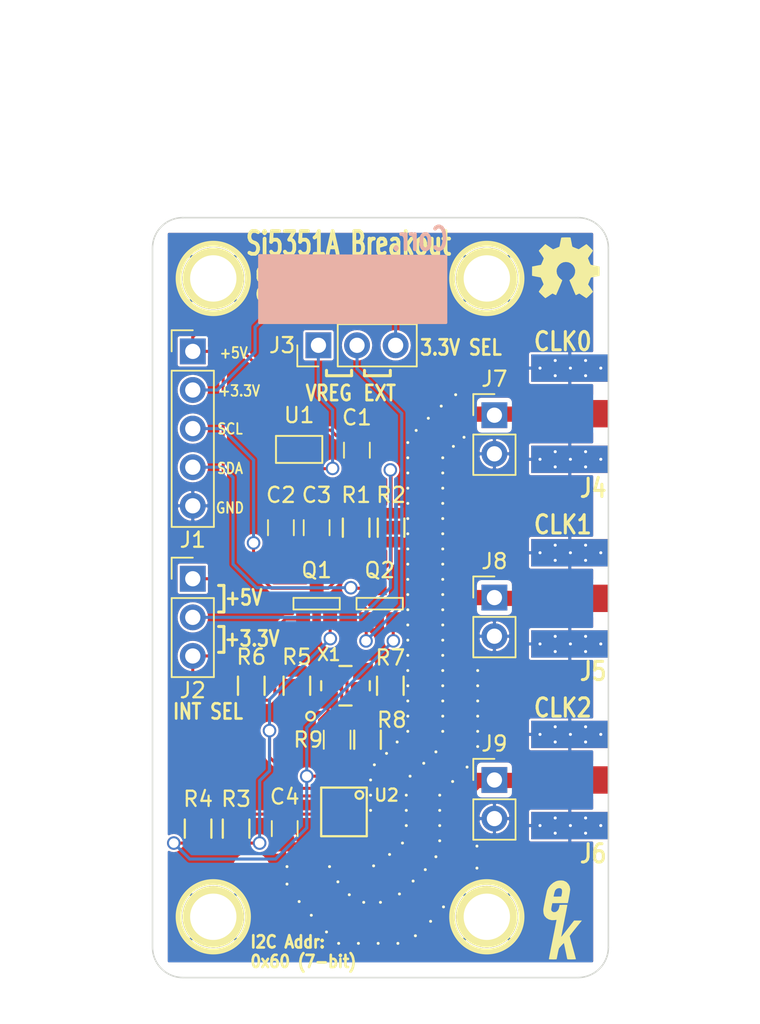
<source format=kicad_pcb>
(kicad_pcb (version 4) (host pcbnew 4.0.6-e0-6349~53~ubuntu16.04.1)
  (title_block (title "Si5351A Breakout") (date 2017-07-16) (rev D) (company Etherkit) (comment 4 "Creative Commons License CC-BY-SA"))
  (layers (0 F.Cu signal) (31 B.Cu signal) (34 B.Paste user) (35 F.Paste user) (36 B.SilkS user) (37 F.SilkS user) (38 B.Mask user) (39 F.Mask user) (44 Edge.Cuts user))
  (net 0 "")
  (net 1 +3.3V)
  (net 2 GND)
  (net 3 "Net-(J1-Pad3)")
  (net 4 "Net-(J2-Pad2)")
  (net 5 "Net-(J4-Pad1)")
  (net 6 +5V)
  (net 7 "Net-(C2-Pad1)")
  (net 8 "Net-(C3-Pad1)")
  (net 9 "Net-(J1-Pad4)")
  (net 10 "Net-(J5-Pad1)")
  (net 11 "Net-(J6-Pad1)")
  (net 12 "Net-(Q1-Pad1)")
  (net 13 "Net-(Q2-Pad1)")
  (net 14 +3.3VREG)
  (net 15 "Net-(R5-Pad2)")
  (net 16 "Net-(R5-Pad1)")
  (net 17 "Net-(R7-Pad1)")
  (net 18 "Net-(R8-Pad2)")
  (module EtherkitKicadLibrary:VIA (layer F.Cu) (at 112.2 93.7)
    (fp_text reference VIA hide)
    (fp_text value VAL** hide)
    (pad "" thru_hole circle (at 0 0) (size 0.2 0.2) (drill 0.15) (layers *.Cu *.Mask F.SilkS) (net 2 GND) (clearance 0.05))
  )
  (module EtherkitKicadLibrary:ASTX-H11-25.000MHZ-T (layer F.Cu) (at 112.7 80.8)
    (fp_text reference X1 (at -1.1 -2.05) (layer F.SilkS) (effects (font (size 0.8 0.8))))
    (fp_text value "ASTX-H11-25.000MHZ-T or ECS-250-8-30B-CKM" hide)
    (pad 1 smd rect (at -1.15 0.95) (size 1.3 1.1) (layers F.Cu F.Paste F.Mask) (net 15 "Net-(R5-Pad2)"))
    (pad 2 smd rect (at 1.15 0.95) (size 1.3 1.1) (layers F.Cu F.Paste F.Mask) (net 2 GND))
    (pad 3 smd rect (at 1.15 -0.95) (size 1.3 1.1) (layers F.Cu F.Paste F.Mask) (net 17 "Net-(R7-Pad1)"))
    (pad 4 smd rect (at -1.15 -0.95) (size 1.3 1.1) (layers F.Cu F.Paste F.Mask) (net 16 "Net-(R5-Pad1)"))
  )
  (module Resistors_SMD:R_0805 (layer F.Cu) (at 114.15 84.35 270)
    (fp_text reference R8 (at -1.3 -1.6 360) (layer F.SilkS))
    (fp_text value 0 hide)
    (pad 1 smd rect (at -0.95 0 270) (size 0.7 1.3) (layers F.Cu F.Paste F.Mask) (net 17 "Net-(R7-Pad1)"))
    (pad 2 smd rect (at 0.95 0 270) (size 0.7 1.3) (layers F.Cu F.Paste F.Mask) (net 18 "Net-(R8-Pad2)"))
  )
  (module Resistors_SMD:R_0805 (layer F.Cu) (at 115.65 80.8 270)
    (fp_text reference R7 (at -1.85 0 360) (layer F.SilkS))
    (fp_text value 0 hide)
    (pad 1 smd rect (at -0.95 0 270) (size 0.7 1.3) (layers F.Cu F.Paste F.Mask) (net 17 "Net-(R7-Pad1)"))
    (pad 2 smd rect (at 0.95 0 270) (size 0.7 1.3) (layers F.Cu F.Paste F.Mask) (net 2 GND))
  )
  (module Resistors_SMD:R_0805 (layer F.Cu) (at 106.5 80.8 270)
    (fp_text reference R6 (at -1.9 0 360) (layer F.SilkS))
    (fp_text value 0 hide)
    (pad 1 smd rect (at -0.95 0 270) (size 0.7 1.3) (layers F.Cu F.Paste F.Mask) (net 14 +3.3VREG))
    (pad 2 smd rect (at 0.95 0 270) (size 0.7 1.3) (layers F.Cu F.Paste F.Mask) (net 16 "Net-(R5-Pad1)"))
  )
  (module Resistors_SMD:R_0805 (layer F.Cu) (at 109.5 80.8 270)
    (fp_text reference R5 (at -1.9 0 360) (layer F.SilkS))
    (fp_text value 0 hide)
    (pad 1 smd rect (at -0.95 0 270) (size 0.7 1.3) (layers F.Cu F.Paste F.Mask) (net 16 "Net-(R5-Pad1)"))
    (pad 2 smd rect (at 0.95 0 270) (size 0.7 1.3) (layers F.Cu F.Paste F.Mask) (net 15 "Net-(R5-Pad2)"))
  )
  (module Resistors_SMD:R_0805 (layer F.Cu) (at 103 90.2 270)
    (fp_text reference R4 (at -1.95 0 360) (layer F.SilkS))
    (fp_text value 10k hide)
    (pad 1 smd rect (at -0.95 0 270) (size 0.7 1.3) (layers F.Cu F.Paste F.Mask) (net 14 +3.3VREG))
    (pad 2 smd rect (at 0.95 0 270) (size 0.7 1.3) (layers F.Cu F.Paste F.Mask) (net 13 "Net-(Q2-Pad1)"))
  )
  (module Resistors_SMD:R_0805 (layer F.Cu) (at 105.5 90.2 270)
    (fp_text reference R3 (at -1.95 0 360) (layer F.SilkS))
    (fp_text value 10k hide)
    (pad 1 smd rect (at -0.95 0 270) (size 0.7 1.3) (layers F.Cu F.Paste F.Mask) (net 14 +3.3VREG))
    (pad 2 smd rect (at 0.95 0 270) (size 0.7 1.3) (layers F.Cu F.Paste F.Mask) (net 12 "Net-(Q1-Pad1)"))
  )
  (module Resistors_SMD:R_0805 (layer F.Cu) (at 115.7 70.4 270)
    (fp_text reference R2 (at -2.15 0 360) (layer F.SilkS))
    (fp_text value 10k hide)
    (pad 1 smd rect (at -0.95 0 270) (size 0.7 1.3) (layers F.Cu F.Paste F.Mask) (net 4 "Net-(J2-Pad2)"))
    (pad 2 smd rect (at 0.95 0 270) (size 0.7 1.3) (layers F.Cu F.Paste F.Mask) (net 9 "Net-(J1-Pad4)"))
  )
  (module Resistors_SMD:R_0805 (layer F.Cu) (at 113.4 70.4 270)
    (fp_text reference R1 (at -2.15 0 360) (layer F.SilkS))
    (fp_text value 10k hide)
    (pad 1 smd rect (at -0.95 0 270) (size 0.7 1.3) (layers F.Cu F.Paste F.Mask) (net 4 "Net-(J2-Pad2)"))
    (pad 2 smd rect (at 0.95 0 270) (size 0.7 1.3) (layers F.Cu F.Paste F.Mask) (net 3 "Net-(J1-Pad3)"))
  )
  (module Pin_Headers:Pin_Header_Straight_1x02_Pitch2.54mm (layer F.Cu) (at 122.5 87)
    (fp_text reference J9 (at 0 -2.39) (layer F.SilkS))
    (fp_text value CLK2 hide)
    (pad 1 thru_hole rect (at 0 0) (size 1.7 1.7) (drill 1) (layers *.Cu *.Mask) (net 11 "Net-(J6-Pad1)"))
    (pad 2 thru_hole oval (at 0 2.54) (size 1.7 1.7) (drill 1) (layers *.Cu *.Mask) (net 2 GND))
  )
  (module Pin_Headers:Pin_Header_Straight_1x02_Pitch2.54mm (layer F.Cu) (at 122.5 75)
    (fp_text reference J8 (at 0 -2.39) (layer F.SilkS))
    (fp_text value CLK1 hide)
    (pad 1 thru_hole rect (at 0 0) (size 1.7 1.7) (drill 1) (layers *.Cu *.Mask) (net 10 "Net-(J5-Pad1)"))
    (pad 2 thru_hole oval (at 0 2.54) (size 1.7 1.7) (drill 1) (layers *.Cu *.Mask) (net 2 GND))
  )
  (module Pin_Headers:Pin_Header_Straight_1x02_Pitch2.54mm (layer F.Cu) (at 122.5 63)
    (fp_text reference J7 (at 0 -2.39) (layer F.SilkS))
    (fp_text value CLK0 hide)
    (pad 1 thru_hole rect (at 0 0) (size 1.7 1.7) (drill 1) (layers *.Cu *.Mask) (net 5 "Net-(J4-Pad1)"))
    (pad 2 thru_hole oval (at 0 2.54) (size 1.7 1.7) (drill 1) (layers *.Cu *.Mask) (net 2 GND))
  )
  (module Pin_Headers:Pin_Header_Straight_1x03_Pitch2.54mm (layer F.Cu) (at 110.92 58.4 90)
    (fp_text reference J3 (at 0 -2.39 180) (layer F.SilkS))
    (fp_text value "3.3V SEL" hide)
    (pad 1 thru_hole rect (at 0 0 90) (size 1.7 1.7) (drill 1) (layers *.Cu *.Mask) (net 8 "Net-(C3-Pad1)"))
    (pad 2 thru_hole oval (at 0 2.54 90) (size 1.7 1.7) (drill 1) (layers *.Cu *.Mask) (net 14 +3.3VREG))
    (pad 3 thru_hole oval (at 0 5.08 90) (size 1.7 1.7) (drill 1) (layers *.Cu *.Mask) (net 1 +3.3V))
  )
  (module Pin_Headers:Pin_Header_Straight_1x03_Pitch2.54mm (layer F.Cu) (at 102.65 73.76)
    (fp_text reference J2 (at 0 7.34) (layer F.SilkS))
    (fp_text value "PS SEL" hide)
    (pad 1 thru_hole rect (at 0 0) (size 1.7 1.7) (drill 1) (layers *.Cu *.Mask) (net 6 +5V))
    (pad 2 thru_hole oval (at 0 2.54) (size 1.7 1.7) (drill 1) (layers *.Cu *.Mask) (net 4 "Net-(J2-Pad2)"))
    (pad 3 thru_hole oval (at 0 5.08) (size 1.7 1.7) (drill 1) (layers *.Cu *.Mask) (net 14 +3.3VREG))
  )
  (module Pin_Headers:Pin_Header_Straight_1x05_Pitch2.54mm (layer F.Cu) (at 102.65 58.8)
    (fp_text reference J1 (at 0 12.4) (layer F.SilkS))
    (fp_text value Power/Data hide)
    (pad 1 thru_hole rect (at 0 0) (size 1.7 1.7) (drill 1) (layers *.Cu *.Mask) (net 6 +5V))
    (pad 2 thru_hole oval (at 0 2.54) (size 1.7 1.7) (drill 1) (layers *.Cu *.Mask) (net 1 +3.3V))
    (pad 3 thru_hole oval (at 0 5.08) (size 1.7 1.7) (drill 1) (layers *.Cu *.Mask) (net 3 "Net-(J1-Pad3)"))
    (pad 4 thru_hole oval (at 0 7.62) (size 1.7 1.7) (drill 1) (layers *.Cu *.Mask) (net 9 "Net-(J1-Pad4)"))
    (pad 5 thru_hole oval (at 0 10.16) (size 1.7 1.7) (drill 1) (layers *.Cu *.Mask) (net 2 GND))
  )
  (module Capacitors_SMD:C_0805 (layer F.Cu) (at 108.7 90.2 270)
    (fp_text reference C4 (at -2.1 0 360) (layer F.SilkS))
    (fp_text value 100n hide)
    (pad 1 smd rect (at -1 0 270) (size 1 1.25) (layers F.Cu F.Paste F.Mask) (net 14 +3.3VREG))
    (pad 2 smd rect (at 1 0 270) (size 1 1.25) (layers F.Cu F.Paste F.Mask) (net 2 GND))
  )
  (module Capacitors_SMD:C_0805 (layer F.Cu) (at 110.8 70.4 270)
    (fp_text reference C3 (at -2.15 0 360) (layer F.SilkS))
    (fp_text value "4.7u MLCC" hide)
    (pad 1 smd rect (at -1 0 270) (size 1 1.25) (layers F.Cu F.Paste F.Mask) (net 8 "Net-(C3-Pad1)"))
    (pad 2 smd rect (at 1 0 270) (size 1 1.25) (layers F.Cu F.Paste F.Mask) (net 2 GND))
  )
  (module Capacitors_SMD:C_0805 (layer F.Cu) (at 108.45 70.4 270)
    (fp_text reference C2 (at -2.15 0 360) (layer F.SilkS))
    (fp_text value 100n hide)
    (pad 1 smd rect (at -1 0 270) (size 1 1.25) (layers F.Cu F.Paste F.Mask) (net 7 "Net-(C2-Pad1)"))
    (pad 2 smd rect (at 1 0 270) (size 1 1.25) (layers F.Cu F.Paste F.Mask) (net 2 GND))
  )
  (module Capacitors_SMD:C_0805 (layer F.Cu) (at 113.45 65.3 270)
    (fp_text reference C1 (at -2.15 0 360) (layer F.SilkS))
    (fp_text value "1u MLCC" hide)
    (pad 1 smd rect (at -1 0 270) (size 1 1.25) (layers F.Cu F.Paste F.Mask) (net 6 +5V))
    (pad 2 smd rect (at 1 0 270) (size 1 1.25) (layers F.Cu F.Paste F.Mask) (net 2 GND))
  )
  (module EtherkitKicadLibrary:VIA (layer F.Cu) (at 121.35 91.35)
    (fp_text reference VIA hide)
    (fp_text value VAL** hide)
    (pad "" thru_hole circle (at 0 0) (size 0.2 0.2) (drill 0.15) (layers *.Cu *.Mask F.SilkS) (net 2 GND) (clearance 0.05))
  )
  (module EtherkitKicadLibrary:VIA (layer F.Cu) (at 121.35 92.8)
    (fp_text reference VIA hide)
    (fp_text value VAL** hide)
    (pad "" thru_hole circle (at 0 0) (size 0.2 0.2) (drill 0.15) (layers *.Cu *.Mask F.SilkS) (net 2 GND) (clearance 0.05))
  )
  (module EtherkitKicadLibrary:VIA (layer F.Cu) (at 112.25 97.75)
    (fp_text reference VIA hide)
    (fp_text value VAL** hide)
    (pad "" thru_hole circle (at 0 0) (size 0.2 0.2) (drill 0.15) (layers *.Cu *.Mask F.SilkS) (net 2 GND) (clearance 0.05))
  )
  (module EtherkitKicadLibrary:VIA (layer F.Cu) (at 119.15 95.35)
    (fp_text reference VIA hide)
    (fp_text value VAL** hide)
    (pad "" thru_hole circle (at 0 0) (size 0.2 0.2) (drill 0.15) (layers *.Cu *.Mask F.SilkS) (net 2 GND) (clearance 0.05))
  )
  (module EtherkitKicadLibrary:VIA (layer F.Cu) (at 118.3 96.3)
    (fp_text reference VIA hide)
    (fp_text value VAL** hide)
    (pad "" thru_hole circle (at 0 0) (size 0.2 0.2) (drill 0.15) (layers *.Cu *.Mask F.SilkS) (net 2 GND) (clearance 0.05))
  )
  (module EtherkitKicadLibrary:VIA (layer F.Cu) (at 117.3 97.25)
    (fp_text reference VIA hide)
    (fp_text value VAL** hide)
    (pad "" thru_hole circle (at 0 0) (size 0.2 0.2) (drill 0.15) (layers *.Cu *.Mask F.SilkS) (net 2 GND) (clearance 0.05))
  )
  (module EtherkitKicadLibrary:VIA (layer F.Cu) (at 116.15 97.75)
    (fp_text reference VIA hide)
    (fp_text value VAL** hide)
    (pad "" thru_hole circle (at 0 0) (size 0.2 0.2) (drill 0.15) (layers *.Cu *.Mask F.SilkS) (net 2 GND) (clearance 0.05))
  )
  (module EtherkitKicadLibrary:VIA (layer F.Cu) (at 114.85 97.75)
    (fp_text reference VIA hide)
    (fp_text value VAL** hide)
    (pad "" thru_hole circle (at 0 0) (size 0.2 0.2) (drill 0.15) (layers *.Cu *.Mask F.SilkS) (net 2 GND) (clearance 0.05))
  )
  (module EtherkitKicadLibrary:VIA (layer F.Cu) (at 113.55 97.75)
    (fp_text reference VIA hide)
    (fp_text value VAL** hide)
    (pad "" thru_hole circle (at 0 0) (size 0.2 0.2) (drill 0.15) (layers *.Cu *.Mask F.SilkS) (net 2 GND) (clearance 0.05))
  )
  (module EtherkitKicadLibrary:VIA (layer F.Cu) (at 111.45 97)
    (fp_text reference VIA hide)
    (fp_text value VAL** hide)
    (pad "" thru_hole circle (at 0 0) (size 0.2 0.2) (drill 0.15) (layers *.Cu *.Mask F.SilkS) (net 2 GND) (clearance 0.05))
  )
  (module EtherkitKicadLibrary:VIA (layer F.Cu) (at 110.45 95.9)
    (fp_text reference VIA hide)
    (fp_text value VAL** hide)
    (pad "" thru_hole circle (at 0 0) (size 0.2 0.2) (drill 0.15) (layers *.Cu *.Mask F.SilkS) (net 2 GND) (clearance 0.05))
  )
  (module EtherkitKicadLibrary:VIA (layer F.Cu) (at 109.65 95)
    (fp_text reference VIA hide)
    (fp_text value VAL** hide)
    (pad "" thru_hole circle (at 0 0) (size 0.2 0.2) (drill 0.15) (layers *.Cu *.Mask F.SilkS) (net 2 GND) (clearance 0.05))
  )
  (module EtherkitKicadLibrary:VIA (layer F.Cu) (at 108.85 93.85)
    (fp_text reference VIA hide)
    (fp_text value VAL** hide)
    (pad "" thru_hole circle (at 0 0) (size 0.2 0.2) (drill 0.15) (layers *.Cu *.Mask F.SilkS) (net 2 GND) (clearance 0.05))
  )
  (module EtherkitKicadLibrary:VIA (layer F.Cu) (at 108.85 92.7)
    (fp_text reference VIA hide)
    (fp_text value VAL** hide)
    (pad "" thru_hole circle (at 0 0) (size 0.2 0.2) (drill 0.15) (layers *.Cu *.Mask F.SilkS) (net 2 GND) (clearance 0.05))
  )
  (module EtherkitKicadLibrary:VIA (layer F.Cu) (at 119.95 61.65)
    (fp_text reference VIA hide)
    (fp_text value VAL** hide)
    (pad "" thru_hole circle (at 0 0) (size 0.2 0.2) (drill 0.15) (layers *.Cu *.Mask F.SilkS) (net 2 GND) (clearance 0.05))
  )
  (module EtherkitKicadLibrary:VIA (layer F.Cu) (at 119 62.4)
    (fp_text reference VIA hide)
    (fp_text value VAL** hide)
    (pad "" thru_hole circle (at 0 0) (size 0.2 0.2) (drill 0.15) (layers *.Cu *.Mask F.SilkS) (net 2 GND) (clearance 0.05))
  )
  (module EtherkitKicadLibrary:VIA (layer F.Cu) (at 118.15 63.2)
    (fp_text reference VIA hide)
    (fp_text value VAL** hide)
    (pad "" thru_hole circle (at 0 0) (size 0.2 0.2) (drill 0.15) (layers *.Cu *.Mask F.SilkS) (net 2 GND) (clearance 0.05))
  )
  (module EtherkitKicadLibrary:VIA (layer F.Cu) (at 117.35 64)
    (fp_text reference VIA hide)
    (fp_text value VAL** hide)
    (pad "" thru_hole circle (at 0 0) (size 0.2 0.2) (drill 0.15) (layers *.Cu *.Mask F.SilkS) (net 2 GND) (clearance 0.05))
  )
  (module EtherkitKicadLibrary:VIA (layer F.Cu) (at 120.5 64.45)
    (fp_text reference VIA hide)
    (fp_text value VAL** hide)
    (pad "" thru_hole circle (at 0 0) (size 0.2 0.2) (drill 0.15) (layers *.Cu *.Mask F.SilkS) (net 2 GND) (clearance 0.05))
  )
  (module EtherkitKicadLibrary:VIA (layer F.Cu) (at 119.8 65.05)
    (fp_text reference VIA hide)
    (fp_text value VAL** hide)
    (pad "" thru_hole circle (at 0 0) (size 0.2 0.2) (drill 0.15) (layers *.Cu *.Mask F.SilkS) (net 2 GND) (clearance 0.05))
  )
  (module EtherkitKicadLibrary:VIA (layer F.Cu) (at 119.1 65.8)
    (fp_text reference VIA hide)
    (fp_text value VAL** hide)
    (pad "" thru_hole circle (at 0 0) (size 0.2 0.2) (drill 0.15) (layers *.Cu *.Mask F.SilkS) (net 2 GND) (clearance 0.05))
  )
  (module EtherkitKicadLibrary:VIA (layer F.Cu) (at 119.1 66.8)
    (fp_text reference VIA hide)
    (fp_text value VAL** hide)
    (pad "" thru_hole circle (at 0 0) (size 0.2 0.2) (drill 0.15) (layers *.Cu *.Mask F.SilkS) (net 2 GND) (clearance 0.05))
  )
  (module EtherkitKicadLibrary:VIA (layer F.Cu) (at 119.1 67.8)
    (fp_text reference VIA hide)
    (fp_text value VAL** hide)
    (pad "" thru_hole circle (at 0 0) (size 0.2 0.2) (drill 0.15) (layers *.Cu *.Mask F.SilkS) (net 2 GND) (clearance 0.05))
  )
  (module EtherkitKicadLibrary:VIA (layer F.Cu) (at 119.1 68.8)
    (fp_text reference VIA hide)
    (fp_text value VAL** hide)
    (pad "" thru_hole circle (at 0 0) (size 0.2 0.2) (drill 0.15) (layers *.Cu *.Mask F.SilkS) (net 2 GND) (clearance 0.05))
  )
  (module EtherkitKicadLibrary:VIA (layer F.Cu) (at 119.1 69.8)
    (fp_text reference VIA hide)
    (fp_text value VAL** hide)
    (pad "" thru_hole circle (at 0 0) (size 0.2 0.2) (drill 0.15) (layers *.Cu *.Mask F.SilkS) (net 2 GND) (clearance 0.05))
  )
  (module EtherkitKicadLibrary:VIA (layer F.Cu) (at 119.1 70.8)
    (fp_text reference VIA hide)
    (fp_text value VAL** hide)
    (pad "" thru_hole circle (at 0 0) (size 0.2 0.2) (drill 0.15) (layers *.Cu *.Mask F.SilkS) (net 2 GND) (clearance 0.05))
  )
  (module EtherkitKicadLibrary:VIA (layer F.Cu) (at 119.1 71.8)
    (fp_text reference VIA hide)
    (fp_text value VAL** hide)
    (pad "" thru_hole circle (at 0 0) (size 0.2 0.2) (drill 0.15) (layers *.Cu *.Mask F.SilkS) (net 2 GND) (clearance 0.05))
  )
  (module EtherkitKicadLibrary:VIA (layer F.Cu) (at 119.1 72.8)
    (fp_text reference VIA hide)
    (fp_text value VAL** hide)
    (pad "" thru_hole circle (at 0 0) (size 0.2 0.2) (drill 0.15) (layers *.Cu *.Mask F.SilkS) (net 2 GND) (clearance 0.05))
  )
  (module EtherkitKicadLibrary:VIA (layer F.Cu) (at 119.1 73.8)
    (fp_text reference VIA hide)
    (fp_text value VAL** hide)
    (pad "" thru_hole circle (at 0 0) (size 0.2 0.2) (drill 0.15) (layers *.Cu *.Mask F.SilkS) (net 2 GND) (clearance 0.05))
  )
  (module EtherkitKicadLibrary:VIA (layer F.Cu) (at 119.1 74.8)
    (fp_text reference VIA hide)
    (fp_text value VAL** hide)
    (pad "" thru_hole circle (at 0 0) (size 0.2 0.2) (drill 0.15) (layers *.Cu *.Mask F.SilkS) (net 2 GND) (clearance 0.05))
  )
  (module EtherkitKicadLibrary:VIA (layer F.Cu) (at 121.4 79.8)
    (fp_text reference VIA hide)
    (fp_text value VAL** hide)
    (pad "" thru_hole circle (at 0 0) (size 0.2 0.2) (drill 0.15) (layers *.Cu *.Mask F.SilkS) (net 2 GND) (clearance 0.05))
  )
  (module EtherkitKicadLibrary:VIA (layer F.Cu) (at 121.4 80.8)
    (fp_text reference VIA hide)
    (fp_text value VAL** hide)
    (pad "" thru_hole circle (at 0 0) (size 0.2 0.2) (drill 0.15) (layers *.Cu *.Mask F.SilkS) (net 2 GND) (clearance 0.05))
  )
  (module EtherkitKicadLibrary:VIA (layer F.Cu) (at 121.4 81.8)
    (fp_text reference VIA hide)
    (fp_text value VAL** hide)
    (pad "" thru_hole circle (at 0 0) (size 0.2 0.2) (drill 0.15) (layers *.Cu *.Mask F.SilkS) (net 2 GND) (clearance 0.05))
  )
  (module EtherkitKicadLibrary:VIA (layer F.Cu) (at 121.4 82.8)
    (fp_text reference VIA hide)
    (fp_text value VAL** hide)
    (pad "" thru_hole circle (at 0 0) (size 0.2 0.2) (drill 0.15) (layers *.Cu *.Mask F.SilkS) (net 2 GND) (clearance 0.05))
  )
  (module EtherkitKicadLibrary:VIA (layer F.Cu) (at 121.4 83.8)
    (fp_text reference VIA hide)
    (fp_text value VAL** hide)
    (pad "" thru_hole circle (at 0 0) (size 0.2 0.2) (drill 0.15) (layers *.Cu *.Mask F.SilkS) (net 2 GND) (clearance 0.05))
  )
  (module EtherkitKicadLibrary:VIA (layer F.Cu) (at 118.65 92.05)
    (fp_text reference VIA hide)
    (fp_text value VAL** hide)
    (pad "" thru_hole circle (at 0 0) (size 0.2 0.2) (drill 0.15) (layers *.Cu *.Mask F.SilkS) (net 2 GND) (clearance 0.05))
  )
  (module EtherkitKicadLibrary:VIA (layer F.Cu) (at 121.4 84.8)
    (fp_text reference VIA hide)
    (fp_text value VAL** hide)
    (pad "" thru_hole circle (at 0 0) (size 0.2 0.2) (drill 0.15) (layers *.Cu *.Mask F.SilkS) (net 2 GND) (clearance 0.05))
  )
  (module EtherkitKicadLibrary:VIA (layer F.Cu) (at 120.7 86.15)
    (fp_text reference VIA hide)
    (fp_text value VAL** hide)
    (pad "" thru_hole circle (at 0 0) (size 0.2 0.2) (drill 0.15) (layers *.Cu *.Mask F.SilkS) (net 2 GND) (clearance 0.05))
  )
  (module EtherkitKicadLibrary:VIA (layer F.Cu) (at 119.75 87.1)
    (fp_text reference VIA hide)
    (fp_text value VAL** hide)
    (pad "" thru_hole circle (at 0 0) (size 0.2 0.2) (drill 0.15) (layers *.Cu *.Mask F.SilkS) (net 2 GND) (clearance 0.05))
  )
  (module EtherkitKicadLibrary:VIA (layer F.Cu) (at 118.9 88)
    (fp_text reference VIA hide)
    (fp_text value VAL** hide)
    (pad "" thru_hole circle (at 0 0) (size 0.2 0.2) (drill 0.15) (layers *.Cu *.Mask F.SilkS) (net 2 GND) (clearance 0.05))
  )
  (module EtherkitKicadLibrary:VIA (layer F.Cu) (at 118.9 89)
    (fp_text reference VIA hide)
    (fp_text value VAL** hide)
    (pad "" thru_hole circle (at 0 0) (size 0.2 0.2) (drill 0.15) (layers *.Cu *.Mask F.SilkS) (net 2 GND) (clearance 0.05))
  )
  (module EtherkitKicadLibrary:VIA (layer F.Cu) (at 118.9 90)
    (fp_text reference VIA hide)
    (fp_text value VAL** hide)
    (pad "" thru_hole circle (at 0 0) (size 0.2 0.2) (drill 0.15) (layers *.Cu *.Mask F.SilkS) (net 2 GND) (clearance 0.05))
  )
  (module EtherkitKicadLibrary:VIA (layer F.Cu) (at 118.9 91)
    (fp_text reference VIA hide)
    (fp_text value VAL** hide)
    (pad "" thru_hole circle (at 0 0) (size 0.2 0.2) (drill 0.15) (layers *.Cu *.Mask F.SilkS) (net 2 GND) (clearance 0.05))
  )
  (module EtherkitKicadLibrary:VIA (layer F.Cu) (at 117.95 92.9)
    (fp_text reference VIA hide)
    (fp_text value VAL** hide)
    (pad "" thru_hole circle (at 0 0) (size 0.2 0.2) (drill 0.15) (layers *.Cu *.Mask F.SilkS) (net 2 GND) (clearance 0.05))
  )
  (module EtherkitKicadLibrary:VIA (layer F.Cu) (at 117.15 93.65)
    (fp_text reference VIA hide)
    (fp_text value VAL** hide)
    (pad "" thru_hole circle (at 0 0) (size 0.2 0.2) (drill 0.15) (layers *.Cu *.Mask F.SilkS) (net 2 GND) (clearance 0.05))
  )
  (module EtherkitKicadLibrary:VIA (layer F.Cu) (at 116.25 94.5)
    (fp_text reference VIA hide)
    (fp_text value VAL** hide)
    (pad "" thru_hole circle (at 0 0) (size 0.2 0.2) (drill 0.15) (layers *.Cu *.Mask F.SilkS) (net 2 GND) (clearance 0.05))
  )
  (module EtherkitKicadLibrary:VIA (layer F.Cu) (at 115 95.05)
    (fp_text reference VIA hide)
    (fp_text value VAL** hide)
    (pad "" thru_hole circle (at 0 0) (size 0.2 0.2) (drill 0.15) (layers *.Cu *.Mask F.SilkS) (net 2 GND) (clearance 0.05))
  )
  (module EtherkitKicadLibrary:VIA (layer F.Cu) (at 113.9 95.05)
    (fp_text reference VIA hide)
    (fp_text value VAL** hide)
    (pad "" thru_hole circle (at 0 0) (size 0.2 0.2) (drill 0.15) (layers *.Cu *.Mask F.SilkS) (net 2 GND) (clearance 0.05))
  )
  (module EtherkitKicadLibrary:VIA (layer F.Cu) (at 112.95 94.55)
    (fp_text reference VIA hide)
    (fp_text value VAL** hide)
    (pad "" thru_hole circle (at 0 0) (size 0.2 0.2) (drill 0.15) (layers *.Cu *.Mask F.SilkS) (net 2 GND) (clearance 0.05))
  )
  (module EtherkitKicadLibrary:VIA (layer F.Cu) (at 111.65 92.7)
    (fp_text reference VIA hide)
    (fp_text value VAL** hide)
    (pad "" thru_hole circle (at 0 0) (size 0.2 0.2) (drill 0.15) (layers *.Cu *.Mask F.SilkS) (net 2 GND) (clearance 0.05))
  )
  (module EtherkitKicadLibrary:VIA (layer F.Cu) (at 114.55 92.65)
    (fp_text reference VIA hide)
    (fp_text value VAL** hide)
    (pad "" thru_hole circle (at 0 0) (size 0.2 0.2) (drill 0.15) (layers *.Cu *.Mask F.SilkS) (net 2 GND) (clearance 0.05))
  )
  (module EtherkitKicadLibrary:VIA (layer F.Cu) (at 115.6 91.9)
    (fp_text reference VIA hide)
    (fp_text value VAL** hide)
    (pad "" thru_hole circle (at 0 0) (size 0.2 0.2) (drill 0.15) (layers *.Cu *.Mask F.SilkS) (net 2 GND) (clearance 0.05))
  )
  (module EtherkitKicadLibrary:VIA (layer F.Cu) (at 116.45 91.15)
    (fp_text reference VIA hide)
    (fp_text value VAL** hide)
    (pad "" thru_hole circle (at 0 0) (size 0.2 0.2) (drill 0.15) (layers *.Cu *.Mask F.SilkS) (net 2 GND) (clearance 0.05))
  )
  (module EtherkitKicadLibrary:VIA (layer F.Cu) (at 116.7 90)
    (fp_text reference VIA hide)
    (fp_text value VAL** hide)
    (pad "" thru_hole circle (at 0 0) (size 0.2 0.2) (drill 0.15) (layers *.Cu *.Mask F.SilkS) (net 2 GND) (clearance 0.05))
  )
  (module EtherkitKicadLibrary:VIA (layer F.Cu) (at 116.7 89)
    (fp_text reference VIA hide)
    (fp_text value VAL** hide)
    (pad "" thru_hole circle (at 0 0) (size 0.2 0.2) (drill 0.15) (layers *.Cu *.Mask F.SilkS) (net 2 GND) (clearance 0.05))
  )
  (module EtherkitKicadLibrary:VIA (layer F.Cu) (at 116.7 88)
    (fp_text reference VIA hide)
    (fp_text value VAL** hide)
    (pad "" thru_hole circle (at 0 0) (size 0.2 0.2) (drill 0.15) (layers *.Cu *.Mask F.SilkS) (net 2 GND) (clearance 0.05))
  )
  (module EtherkitKicadLibrary:VIA (layer F.Cu) (at 116.95 86.75)
    (fp_text reference VIA hide)
    (fp_text value VAL** hide)
    (pad "" thru_hole circle (at 0 0) (size 0.2 0.2) (drill 0.15) (layers *.Cu *.Mask F.SilkS) (net 2 GND) (clearance 0.05))
  )
  (module EtherkitKicadLibrary:VIA (layer F.Cu) (at 117.85 85.9)
    (fp_text reference VIA hide)
    (fp_text value VAL** hide)
    (pad "" thru_hole circle (at 0 0) (size 0.2 0.2) (drill 0.15) (layers *.Cu *.Mask F.SilkS) (net 2 GND) (clearance 0.05))
  )
  (module EtherkitKicadLibrary:VIA (layer F.Cu) (at 119.1 76.8)
    (fp_text reference VIA hide)
    (fp_text value VAL** hide)
    (pad "" thru_hole circle (at 0 0) (size 0.2 0.2) (drill 0.15) (layers *.Cu *.Mask F.SilkS) (net 2 GND) (clearance 0.05))
  )
  (module EtherkitKicadLibrary:VIA (layer F.Cu) (at 119.1 77.8)
    (fp_text reference VIA hide)
    (fp_text value VAL** hide)
    (pad "" thru_hole circle (at 0 0) (size 0.2 0.2) (drill 0.15) (layers *.Cu *.Mask F.SilkS) (net 2 GND) (clearance 0.05))
  )
  (module EtherkitKicadLibrary:VIA (layer F.Cu) (at 119.1 78.8)
    (fp_text reference VIA hide)
    (fp_text value VAL** hide)
    (pad "" thru_hole circle (at 0 0) (size 0.2 0.2) (drill 0.15) (layers *.Cu *.Mask F.SilkS) (net 2 GND) (clearance 0.05))
  )
  (module EtherkitKicadLibrary:VIA (layer F.Cu) (at 119.1 79.8)
    (fp_text reference VIA hide)
    (fp_text value VAL** hide)
    (pad "" thru_hole circle (at 0 0) (size 0.2 0.2) (drill 0.15) (layers *.Cu *.Mask F.SilkS) (net 2 GND) (clearance 0.05))
  )
  (module EtherkitKicadLibrary:VIA (layer F.Cu) (at 119.1 80.8)
    (fp_text reference VIA hide)
    (fp_text value VAL** hide)
    (pad "" thru_hole circle (at 0 0) (size 0.2 0.2) (drill 0.15) (layers *.Cu *.Mask F.SilkS) (net 2 GND) (clearance 0.05))
  )
  (module EtherkitKicadLibrary:VIA (layer F.Cu) (at 119.1 81.8)
    (fp_text reference VIA hide)
    (fp_text value VAL** hide)
    (pad "" thru_hole circle (at 0 0) (size 0.2 0.2) (drill 0.15) (layers *.Cu *.Mask F.SilkS) (net 2 GND) (clearance 0.05))
  )
  (module EtherkitKicadLibrary:VIA (layer F.Cu) (at 119.1 82.8)
    (fp_text reference VIA hide)
    (fp_text value VAL** hide)
    (pad "" thru_hole circle (at 0 0) (size 0.2 0.2) (drill 0.15) (layers *.Cu *.Mask F.SilkS) (net 2 GND) (clearance 0.05))
  )
  (module EtherkitKicadLibrary:VIA (layer F.Cu) (at 119.1 83.8)
    (fp_text reference VIA hide)
    (fp_text value VAL** hide)
    (pad "" thru_hole circle (at 0 0) (size 0.2 0.2) (drill 0.15) (layers *.Cu *.Mask F.SilkS) (net 2 GND) (clearance 0.05))
  )
  (module EtherkitKicadLibrary:VIA (layer F.Cu) (at 116.1 84.5)
    (fp_text reference VIA hide)
    (fp_text value VAL** hide)
    (pad "" thru_hole circle (at 0 0) (size 0.2 0.2) (drill 0.15) (layers *.Cu *.Mask F.SilkS) (net 2 GND) (clearance 0.05))
  )
  (module EtherkitKicadLibrary:VIA (layer F.Cu) (at 115.4 85.25)
    (fp_text reference VIA hide)
    (fp_text value VAL** hide)
    (pad "" thru_hole circle (at 0 0) (size 0.2 0.2) (drill 0.15) (layers *.Cu *.Mask F.SilkS) (net 2 GND) (clearance 0.05))
  )
  (module EtherkitKicadLibrary:VIA (layer F.Cu) (at 114.6 86)
    (fp_text reference VIA hide)
    (fp_text value VAL** hide)
    (pad "" thru_hole circle (at 0 0) (size 0.2 0.2) (drill 0.15) (layers *.Cu *.Mask F.SilkS) (net 2 GND) (clearance 0.05))
  )
  (module EtherkitKicadLibrary:VIA (layer F.Cu) (at 114.35 87)
    (fp_text reference VIA hide)
    (fp_text value VAL** hide)
    (pad "" thru_hole circle (at 0 0) (size 0.2 0.2) (drill 0.15) (layers *.Cu *.Mask F.SilkS) (net 2 GND) (clearance 0.05))
  )
  (module EtherkitKicadLibrary:VIA (layer F.Cu) (at 114.35 88)
    (fp_text reference VIA hide)
    (fp_text value VAL** hide)
    (pad "" thru_hole circle (at 0 0) (size 0.2 0.2) (drill 0.15) (layers *.Cu *.Mask F.SilkS) (net 2 GND) (clearance 0.05))
  )
  (module EtherkitKicadLibrary:VIA (layer F.Cu) (at 114.35 89)
    (fp_text reference VIA hide)
    (fp_text value VAL** hide)
    (pad "" thru_hole circle (at 0 0) (size 0.2 0.2) (drill 0.15) (layers *.Cu *.Mask F.SilkS) (net 2 GND) (clearance 0.05))
  )
  (module EtherkitKicadLibrary:VIA (layer F.Cu) (at 118.65 85.15)
    (fp_text reference VIA hide)
    (fp_text value VAL** hide)
    (pad "" thru_hole circle (at 0 0) (size 0.2 0.2) (drill 0.15) (layers *.Cu *.Mask F.SilkS) (net 2 GND) (clearance 0.05))
  )
  (module EtherkitKicadLibrary:VIA (layer F.Cu) (at 116.8 83.8)
    (fp_text reference VIA hide)
    (fp_text value VAL** hide)
    (pad "" thru_hole circle (at 0 0) (size 0.2 0.2) (drill 0.15) (layers *.Cu *.Mask F.SilkS) (net 2 GND) (clearance 0.05))
  )
  (module EtherkitKicadLibrary:VIA (layer F.Cu) (at 116.8 82.8)
    (fp_text reference VIA hide)
    (fp_text value VAL** hide)
    (pad "" thru_hole circle (at 0 0) (size 0.2 0.2) (drill 0.15) (layers *.Cu *.Mask F.SilkS) (net 2 GND) (clearance 0.05))
  )
  (module EtherkitKicadLibrary:VIA (layer F.Cu) (at 116.8 81.8)
    (fp_text reference VIA hide)
    (fp_text value VAL** hide)
    (pad "" thru_hole circle (at 0 0) (size 0.2 0.2) (drill 0.15) (layers *.Cu *.Mask F.SilkS) (net 2 GND) (clearance 0.05))
  )
  (module EtherkitKicadLibrary:VIA (layer F.Cu) (at 116.8 80.8)
    (fp_text reference VIA hide)
    (fp_text value VAL** hide)
    (pad "" thru_hole circle (at 0 0) (size 0.2 0.2) (drill 0.15) (layers *.Cu *.Mask F.SilkS) (net 2 GND) (clearance 0.05))
  )
  (module EtherkitKicadLibrary:VIA (layer F.Cu) (at 116.8 79.8)
    (fp_text reference VIA hide)
    (fp_text value VAL** hide)
    (pad "" thru_hole circle (at 0 0) (size 0.2 0.2) (drill 0.15) (layers *.Cu *.Mask F.SilkS) (net 2 GND) (clearance 0.05))
  )
  (module EtherkitKicadLibrary:VIA (layer F.Cu) (at 116.8 78.8)
    (fp_text reference VIA hide)
    (fp_text value VAL** hide)
    (pad "" thru_hole circle (at 0 0) (size 0.2 0.2) (drill 0.15) (layers *.Cu *.Mask F.SilkS) (net 2 GND) (clearance 0.05))
  )
  (module EtherkitKicadLibrary:VIA (layer F.Cu) (at 116.8 77.8)
    (fp_text reference VIA hide)
    (fp_text value VAL** hide)
    (pad "" thru_hole circle (at 0 0) (size 0.2 0.2) (drill 0.15) (layers *.Cu *.Mask F.SilkS) (net 2 GND) (clearance 0.05))
  )
  (module EtherkitKicadLibrary:VIA (layer F.Cu) (at 116.8 76.8)
    (fp_text reference VIA hide)
    (fp_text value VAL** hide)
    (pad "" thru_hole circle (at 0 0) (size 0.2 0.2) (drill 0.15) (layers *.Cu *.Mask F.SilkS) (net 2 GND) (clearance 0.05))
  )
  (module EtherkitKicadLibrary:VIA (layer F.Cu) (at 116.8 75.8)
    (fp_text reference VIA hide)
    (fp_text value VAL** hide)
    (pad "" thru_hole circle (at 0 0) (size 0.2 0.2) (drill 0.15) (layers *.Cu *.Mask F.SilkS) (net 2 GND) (clearance 0.05))
  )
  (module EtherkitKicadLibrary:VIA (layer F.Cu) (at 116.8 74.8)
    (fp_text reference VIA hide)
    (fp_text value VAL** hide)
    (pad "" thru_hole circle (at 0 0) (size 0.2 0.2) (drill 0.15) (layers *.Cu *.Mask F.SilkS) (net 2 GND) (clearance 0.05))
  )
  (module EtherkitKicadLibrary:VIA (layer F.Cu) (at 116.8 73.8)
    (fp_text reference VIA hide)
    (fp_text value VAL** hide)
    (pad "" thru_hole circle (at 0 0) (size 0.2 0.2) (drill 0.15) (layers *.Cu *.Mask F.SilkS) (net 2 GND) (clearance 0.05))
  )
  (module EtherkitKicadLibrary:VIA (layer F.Cu) (at 116.8 72.8)
    (fp_text reference VIA hide)
    (fp_text value VAL** hide)
    (pad "" thru_hole circle (at 0 0) (size 0.2 0.2) (drill 0.15) (layers *.Cu *.Mask F.SilkS) (net 2 GND) (clearance 0.05))
  )
  (module EtherkitKicadLibrary:VIA (layer F.Cu) (at 116.8 71.8)
    (fp_text reference VIA hide)
    (fp_text value VAL** hide)
    (pad "" thru_hole circle (at 0 0) (size 0.2 0.2) (drill 0.15) (layers *.Cu *.Mask F.SilkS) (net 2 GND) (clearance 0.05))
  )
  (module EtherkitKicadLibrary:VIA (layer F.Cu) (at 116.8 70.8)
    (fp_text reference VIA hide)
    (fp_text value VAL** hide)
    (pad "" thru_hole circle (at 0 0) (size 0.2 0.2) (drill 0.15) (layers *.Cu *.Mask F.SilkS) (net 2 GND) (clearance 0.05))
  )
  (module EtherkitKicadLibrary:VIA (layer F.Cu) (at 116.8 69.8)
    (fp_text reference VIA hide)
    (fp_text value VAL** hide)
    (pad "" thru_hole circle (at 0 0) (size 0.2 0.2) (drill 0.15) (layers *.Cu *.Mask F.SilkS) (net 2 GND) (clearance 0.05))
  )
  (module EtherkitKicadLibrary:VIA (layer F.Cu) (at 116.8 68.8)
    (fp_text reference VIA hide)
    (fp_text value VAL** hide)
    (pad "" thru_hole circle (at 0 0) (size 0.2 0.2) (drill 0.15) (layers *.Cu *.Mask F.SilkS) (net 2 GND) (clearance 0.05))
  )
  (module EtherkitKicadLibrary:VIA (layer F.Cu) (at 116.8 67.8)
    (fp_text reference VIA hide)
    (fp_text value VAL** hide)
    (pad "" thru_hole circle (at 0 0) (size 0.2 0.2) (drill 0.15) (layers *.Cu *.Mask F.SilkS) (net 2 GND) (clearance 0.05))
  )
  (module EtherkitKicadLibrary:VIA (layer F.Cu) (at 116.8 66.8)
    (fp_text reference VIA hide)
    (fp_text value VAL** hide)
    (pad "" thru_hole circle (at 0 0) (size 0.2 0.2) (drill 0.15) (layers *.Cu *.Mask F.SilkS) (net 2 GND) (clearance 0.05))
  )
  (module EtherkitKicadLibrary:VIA (layer F.Cu) (at 116.8 65.8)
    (fp_text reference VIA hide)
    (fp_text value VAL** hide)
    (pad "" thru_hole circle (at 0 0) (size 0.2 0.2) (drill 0.15) (layers *.Cu *.Mask F.SilkS) (net 2 GND) (clearance 0.05))
  )
  (module EtherkitKicadLibrary:VIA (layer F.Cu) (at 116.8 64.8)
    (fp_text reference VIA hide)
    (fp_text value VAL** hide)
    (pad "" thru_hole circle (at 0 0) (size 0.2 0.2) (drill 0.15) (layers *.Cu *.Mask F.SilkS) (net 2 GND) (clearance 0.05))
  )
  (module EtherkitKicadLibrary:SMA-ENDLAUNCH (layer F.Cu) (at 130 62.9 90)
    (fp_text reference J4 (at -4.9 -1 180) (layer F.SilkS) (effects (font (size 1.2 1) (thickness 0.2))))
    (fp_text value SMA-F hide)
    (pad 1 smd rect (at 0 -2.54 90) (size 1.8 5.08) (layers F.Cu F.Mask) (net 5 "Net-(J4-Pad1)"))
    (pad 2 smd rect (at 3 -2.54 90) (size 1.8 5.08) (layers B.Cu B.Mask) (net 2 GND))
    (pad 2 smd rect (at -3 -2.54 90) (size 1.8 5.08) (layers F.Cu F.Mask) (net 2 GND))
    (pad 2 thru_hole circle (at 3 -0.5 90) (size 0.3 0.3) (drill 0.2) (layers *.Cu *.Mask) (net 2 GND))
    (pad 2 thru_hole circle (at 3 -4.5 90) (size 0.3 0.3) (drill 0.2) (layers *.Cu *.Mask) (net 2 GND))
    (pad 2 thru_hole circle (at 2.5 -3.5 90) (size 0.3 0.3) (drill 0.2) (layers *.Cu *.Mask) (net 2 GND))
    (pad 2 thru_hole circle (at 3.5 -3.5 90) (size 0.3 0.3) (drill 0.2) (layers *.Cu *.Mask) (net 2 GND))
    (pad 2 thru_hole circle (at 3 -2.5 90) (size 0.3 0.3) (drill 0.2) (layers *.Cu *.Mask) (net 2 GND))
    (pad 2 thru_hole circle (at 2.5 -1.5 90) (size 0.3 0.3) (drill 0.2) (layers *.Cu *.Mask) (net 2 GND))
    (pad 2 thru_hole circle (at 3.5 -1.5 90) (size 0.3 0.3) (drill 0.2) (layers *.Cu *.Mask) (net 2 GND))
    (pad 2 thru_hole circle (at -3 -0.5 90) (size 0.3 0.3) (drill 0.2) (layers *.Cu *.Mask) (net 2 GND))
    (pad 2 thru_hole circle (at -3 -4.5 90) (size 0.3 0.3) (drill 0.2) (layers *.Cu *.Mask) (net 2 GND))
    (pad 2 thru_hole circle (at -3.5 -3.5 90) (size 0.3 0.3) (drill 0.2) (layers *.Cu *.Mask) (net 2 GND))
    (pad 2 thru_hole circle (at -2.5 -3.5 90) (size 0.3 0.3) (drill 0.2) (layers *.Cu *.Mask) (net 2 GND))
    (pad 2 thru_hole circle (at -3 -2.5 90) (size 0.3 0.3) (drill 0.2) (layers *.Cu *.Mask) (net 2 GND))
    (pad 2 thru_hole circle (at -3.5 -1.5 90) (size 0.3 0.3) (drill 0.2) (layers *.Cu *.Mask) (net 2 GND))
    (pad 2 thru_hole circle (at -2.5 -1.5 90) (size 0.3 0.3) (drill 0.2) (layers *.Cu *.Mask) (net 2 GND))
    (pad 2 smd rect (at 3 -2.54 90) (size 1.8 5.08) (layers F.Cu F.Mask) (net 2 GND))
    (pad 2 smd rect (at -3 -2.54 90) (size 1.8 5.08) (layers B.Cu B.Mask) (net 2 GND))
  )
  (module EtherkitKicadLibrary:SOT23-5 (layer F.Cu) (at 109.65 65.25 180)
    (fp_text reference U1 (at 0 2.25 360) (layer F.SilkS))
    (fp_text value LP2985-3.3 hide)
    (pad 1 smd rect (at -0.9525 1.27 180) (size 0.508 0.762) (layers F.Cu F.Paste F.Mask) (net 6 +5V))
    (pad 3 smd rect (at 0.9525 1.27 180) (size 0.508 0.762) (layers F.Cu F.Paste F.Mask) (net 6 +5V))
    (pad 5 smd rect (at -0.9525 -1.27 180) (size 0.508 0.762) (layers F.Cu F.Paste F.Mask) (net 8 "Net-(C3-Pad1)"))
    (pad 2 smd rect (at 0 1.27 180) (size 0.508 0.762) (layers F.Cu F.Paste F.Mask) (net 2 GND))
    (pad 4 smd rect (at 0.9525 -1.27 180) (size 0.508 0.762) (layers F.Cu F.Paste F.Mask) (net 7 "Net-(C2-Pad1)"))
  )
  (module EtherkitKicadLibrary:SOT23-2N7002 (layer F.Cu) (at 114.95 75.4 180)
    (fp_text reference Q2 (at 0 2.2 180) (layer F.SilkS))
    (fp_text value 2N7002 hide)
    (pad 1 smd rect (at -0.889 -1.016 180) (size 0.9144 0.9144) (layers F.Cu F.Paste F.Mask) (net 13 "Net-(Q2-Pad1)"))
    (pad 2 smd rect (at 0.889 -1.016 180) (size 0.9144 0.9144) (layers F.Cu F.Paste F.Mask) (net 14 +3.3VREG))
    (pad 3 smd rect (at 0 1.016 180) (size 0.9144 0.9144) (layers F.Cu F.Paste F.Mask) (net 9 "Net-(J1-Pad4)"))
  )
  (module EtherkitKicadLibrary:SOT23-2N7002 (layer F.Cu) (at 110.8 75.4 180)
    (fp_text reference Q1 (at 0 2.2 180) (layer F.SilkS))
    (fp_text value 2N7002 hide)
    (pad 1 smd rect (at -0.889 -1.016 180) (size 0.9144 0.9144) (layers F.Cu F.Paste F.Mask) (net 12 "Net-(Q1-Pad1)"))
    (pad 2 smd rect (at 0.889 -1.016 180) (size 0.9144 0.9144) (layers F.Cu F.Paste F.Mask) (net 14 +3.3VREG))
    (pad 3 smd rect (at 0 1.016 180) (size 0.9144 0.9144) (layers F.Cu F.Paste F.Mask) (net 3 "Net-(J1-Pad3)"))
  )
  (module EtherkitKicadLibrary:SMA-ENDLAUNCH (layer F.Cu) (at 130 87 90)
    (fp_text reference J6 (at -4.85 -1 180) (layer F.SilkS) (effects (font (size 1.2 1) (thickness 0.2))))
    (fp_text value SMA-F hide)
    (pad 1 smd rect (at 0 -2.54 90) (size 1.8 5.08) (layers F.Cu F.Mask) (net 11 "Net-(J6-Pad1)"))
    (pad 2 smd rect (at 3 -2.54 90) (size 1.8 5.08) (layers B.Cu B.Mask) (net 2 GND))
    (pad 2 smd rect (at -3 -2.54 90) (size 1.8 5.08) (layers F.Cu F.Mask) (net 2 GND))
    (pad 2 thru_hole circle (at 3 -0.5 90) (size 0.3 0.3) (drill 0.2) (layers *.Cu *.Mask) (net 2 GND))
    (pad 2 thru_hole circle (at 3 -4.5 90) (size 0.3 0.3) (drill 0.2) (layers *.Cu *.Mask) (net 2 GND))
    (pad 2 thru_hole circle (at 2.5 -3.5 90) (size 0.3 0.3) (drill 0.2) (layers *.Cu *.Mask) (net 2 GND))
    (pad 2 thru_hole circle (at 3.5 -3.5 90) (size 0.3 0.3) (drill 0.2) (layers *.Cu *.Mask) (net 2 GND))
    (pad 2 thru_hole circle (at 3 -2.5 90) (size 0.3 0.3) (drill 0.2) (layers *.Cu *.Mask) (net 2 GND))
    (pad 2 thru_hole circle (at 2.5 -1.5 90) (size 0.3 0.3) (drill 0.2) (layers *.Cu *.Mask) (net 2 GND))
    (pad 2 thru_hole circle (at 3.5 -1.5 90) (size 0.3 0.3) (drill 0.2) (layers *.Cu *.Mask) (net 2 GND))
    (pad 2 thru_hole circle (at -3 -0.5 90) (size 0.3 0.3) (drill 0.2) (layers *.Cu *.Mask) (net 2 GND))
    (pad 2 thru_hole circle (at -3 -4.5 90) (size 0.3 0.3) (drill 0.2) (layers *.Cu *.Mask) (net 2 GND))
    (pad 2 thru_hole circle (at -3.5 -3.5 90) (size 0.3 0.3) (drill 0.2) (layers *.Cu *.Mask) (net 2 GND))
    (pad 2 thru_hole circle (at -2.5 -3.5 90) (size 0.3 0.3) (drill 0.2) (layers *.Cu *.Mask) (net 2 GND))
    (pad 2 thru_hole circle (at -3 -2.5 90) (size 0.3 0.3) (drill 0.2) (layers *.Cu *.Mask) (net 2 GND))
    (pad 2 thru_hole circle (at -3.5 -1.5 90) (size 0.3 0.3) (drill 0.2) (layers *.Cu *.Mask) (net 2 GND))
    (pad 2 thru_hole circle (at -2.5 -1.5 90) (size 0.3 0.3) (drill 0.2) (layers *.Cu *.Mask) (net 2 GND))
    (pad 2 smd rect (at 3 -2.54 90) (size 1.8 5.08) (layers F.Cu F.Mask) (net 2 GND))
    (pad 2 smd rect (at -3 -2.54 90) (size 1.8 5.08) (layers B.Cu B.Mask) (net 2 GND))
  )
  (module EtherkitKicadLibrary:SMA-ENDLAUNCH (layer F.Cu) (at 130 75.05 90)
    (fp_text reference J5 (at -4.8 -1 360) (layer F.SilkS) (effects (font (size 1.2 1) (thickness 0.2))))
    (fp_text value SMA-F hide)
    (pad 1 smd rect (at 0 -2.54 90) (size 1.8 5.08) (layers F.Cu F.Mask) (net 10 "Net-(J5-Pad1)"))
    (pad 2 smd rect (at 3 -2.54 90) (size 1.8 5.08) (layers B.Cu B.Mask) (net 2 GND))
    (pad 2 smd rect (at -3 -2.54 90) (size 1.8 5.08) (layers F.Cu F.Mask) (net 2 GND))
    (pad 2 thru_hole circle (at 3 -0.5 90) (size 0.3 0.3) (drill 0.2) (layers *.Cu *.Mask) (net 2 GND))
    (pad 2 thru_hole circle (at 3 -4.5 90) (size 0.3 0.3) (drill 0.2) (layers *.Cu *.Mask) (net 2 GND))
    (pad 2 thru_hole circle (at 2.5 -3.5 90) (size 0.3 0.3) (drill 0.2) (layers *.Cu *.Mask) (net 2 GND))
    (pad 2 thru_hole circle (at 3.5 -3.5 90) (size 0.3 0.3) (drill 0.2) (layers *.Cu *.Mask) (net 2 GND))
    (pad 2 thru_hole circle (at 3 -2.5 90) (size 0.3 0.3) (drill 0.2) (layers *.Cu *.Mask) (net 2 GND))
    (pad 2 thru_hole circle (at 2.5 -1.5 90) (size 0.3 0.3) (drill 0.2) (layers *.Cu *.Mask) (net 2 GND))
    (pad 2 thru_hole circle (at 3.5 -1.5 90) (size 0.3 0.3) (drill 0.2) (layers *.Cu *.Mask) (net 2 GND))
    (pad 2 thru_hole circle (at -3 -0.5 90) (size 0.3 0.3) (drill 0.2) (layers *.Cu *.Mask) (net 2 GND))
    (pad 2 thru_hole circle (at -3 -4.5 90) (size 0.3 0.3) (drill 0.2) (layers *.Cu *.Mask) (net 2 GND))
    (pad 2 thru_hole circle (at -3.5 -3.5 90) (size 0.3 0.3) (drill 0.2) (layers *.Cu *.Mask) (net 2 GND))
    (pad 2 thru_hole circle (at -2.5 -3.5 90) (size 0.3 0.3) (drill 0.2) (layers *.Cu *.Mask) (net 2 GND))
    (pad 2 thru_hole circle (at -3 -2.5 90) (size 0.3 0.3) (drill 0.2) (layers *.Cu *.Mask) (net 2 GND))
    (pad 2 thru_hole circle (at -3.5 -1.5 90) (size 0.3 0.3) (drill 0.2) (layers *.Cu *.Mask) (net 2 GND))
    (pad 2 thru_hole circle (at -2.5 -1.5 90) (size 0.3 0.3) (drill 0.2) (layers *.Cu *.Mask) (net 2 GND))
    (pad 2 smd rect (at 3 -2.54 90) (size 1.8 5.08) (layers F.Cu F.Mask) (net 2 GND))
    (pad 2 smd rect (at -3 -2.54 90) (size 1.8 5.08) (layers B.Cu B.Mask) (net 2 GND))
  )
  (module EtherkitKicadLibrary:EtherkitLogoSmall (layer F.Cu) (at 127 96.2)
    (fp_text reference Ref** hide)
    (fp_text value Val** hide)
  )
  (module EtherkitKicadLibrary:OSHWLogo4mm (layer F.Cu) (at 127.2 53.3)
    (fp_text reference G*** hide)
    (fp_text value LOGO hide)
  )
  (module EtherkitKicadLibrary:MOUNTINGHOLE (layer F.Cu) (at 122 96)
    (fp_text reference 1PIN hide)
    (fp_text value P*** hide)
    (pad 1 thru_hole circle (at 0 0) (size 4.064 4.064) (drill 3.048) (layers *.Cu *.Mask F.SilkS) (net 2 GND))
  )
  (module EtherkitKicadLibrary:MOUNTINGHOLE (layer F.Cu) (at 104 96)
    (fp_text reference 1PIN hide)
    (fp_text value P*** hide)
    (pad 1 thru_hole circle (at 0 0) (size 4.064 4.064) (drill 3.048) (layers *.Cu *.Mask F.SilkS) (net 2 GND))
  )
  (module EtherkitKicadLibrary:MOUNTINGHOLE (layer F.Cu) (at 122 54)
    (fp_text reference 1PIN hide)
    (fp_text value P*** hide)
    (pad 1 thru_hole circle (at 0 0) (size 4.064 4.064) (drill 3.048) (layers *.Cu *.Mask F.SilkS) (net 2 GND))
  )
  (module EtherkitKicadLibrary:MOUNTINGHOLE (layer F.Cu) (at 104 54)
    (fp_text reference 1PIN hide)
    (fp_text value P*** hide)
    (pad 1 thru_hole circle (at 0 0) (size 4.064 4.064) (drill 3.048) (layers *.Cu *.Mask F.SilkS) (net 2 GND))
  )
  (module EtherkitKicadLibrary:VIA (layer F.Cu) (at 119.1 75.8)
    (fp_text reference VIA hide)
    (fp_text value VAL** hide)
    (pad "" thru_hole circle (at 0 0) (size 0.2 0.2) (drill 0.15) (layers *.Cu *.Mask F.SilkS) (net 2 GND) (clearance 0.05))
  )
  (module Fiducials:Fiducial_1mm_Dia_2.54mm_Outer_CopperTop (layer F.Cu) (at 125 93)
    (fp_text reference REF** hide)
    (fp_text value Fiducial_1mm_Dia_2.54mm_Outer_CopperTop hide)
    (pad ~ smd circle (at 0 0) (size 1 1) (layers F.Cu F.Mask) (clearance 0.77))
  )
  (module Fiducials:Fiducial_1mm_Dia_2.54mm_Outer_CopperTop (layer F.Cu) (at 106.5 93)
    (fp_text reference REF** hide)
    (fp_text value Fiducial_1mm_Dia_2.54mm_Outer_CopperTop hide)
    (pad ~ smd circle (at 0 0) (size 1 1) (layers F.Cu F.Mask) (clearance 0.77))
  )
  (module Fiducials:Fiducial_1mm_Dia_2.54mm_Outer_CopperTop (layer F.Cu) (at 125 56.25)
    (fp_text reference REF** hide)
    (fp_text value Fiducial_1mm_Dia_2.54mm_Outer_CopperTop hide)
    (pad ~ smd circle (at 0 0) (size 1 1) (layers F.Cu F.Mask) (clearance 0.77))
  )
  (module EtherkitKicadLibrary:MSOP-10 (layer F.Cu) (at 112.6 89.1 180)
    (fp_text reference U2 (at -2.8 1.1 180) (layer F.SilkS) (effects (font (size 0.8 0.8))))
    (fp_text value Si5351A-B hide)
    (pad 1 smd rect (at -1 2.35 180) (size 0.25 1.1) (layers F.Cu F.Paste F.Mask) (net 14 +3.3VREG))
    (pad 2 smd rect (at -0.5 2.35 180) (size 0.25 1.1) (layers F.Cu F.Paste F.Mask) (net 18 "Net-(R8-Pad2)"))
    (pad 3 smd rect (at 0 2.35 180) (size 0.25 1.1) (layers F.Cu F.Paste F.Mask) (net 15 "Net-(R5-Pad2)"))
    (pad 4 smd rect (at 0.5 2.35 180) (size 0.25 1.1) (layers F.Cu F.Paste F.Mask) (net 12 "Net-(Q1-Pad1)"))
    (pad 5 smd rect (at 1 2.35 180) (size 0.25 1.1) (layers F.Cu F.Paste F.Mask) (net 13 "Net-(Q2-Pad1)"))
    (pad 6 smd rect (at 1.016 -2.35 180) (size 0.25 1.1) (layers F.Cu F.Paste F.Mask) (net 11 "Net-(J6-Pad1)"))
    (pad 7 smd rect (at 0.508 -2.35 180) (size 0.25 1.1) (layers F.Cu F.Paste F.Mask) (net 14 +3.3VREG))
    (pad 8 smd rect (at 0 -2.35 180) (size 0.25 1.1) (layers F.Cu F.Paste F.Mask) (net 2 GND))
    (pad 9 smd rect (at -0.508 -2.35 180) (size 0.25 1.1) (layers F.Cu F.Paste F.Mask) (net 10 "Net-(J5-Pad1)"))
    (pad 10 smd rect (at -1.016 -2.35 180) (size 0.25 1.1) (layers F.Cu F.Paste F.Mask) (net 5 "Net-(J4-Pad1)"))
  )
  (module Resistors_SMD:R_0805 (layer F.Cu) (at 112.15 84.35 90)
    (fp_text reference R9 (at 0 -1.9 180) (layer F.SilkS))
    (fp_text value 0 hide)
    (pad 1 smd rect (at -0.95 0 90) (size 0.7 1.3) (layers F.Cu F.Paste F.Mask) (net 18 "Net-(R8-Pad2)"))
    (pad 2 smd rect (at 0.95 0 90) (size 0.7 1.3) (layers F.Cu F.Paste F.Mask) (net 2 GND))
  )
  (gr_text Corr. (at 117.6 51.4) (layer B.SilkS) (effects (font (size 1.5 1) (thickness 0.25)) (justify mirror)))
  (gr_line (start 115.65 60.4) (end 115.65 60.05) (angle 90) (layer F.SilkS) (width 0.2))
  (gr_line (start 113.95 60.4) (end 115.65 60.4) (angle 90) (layer F.SilkS) (width 0.2))
  (gr_line (start 113.95 60.05) (end 113.95 60.4) (angle 90) (layer F.SilkS) (width 0.2))
  (gr_line (start 113.1 60.4) (end 113.1 60.05) (angle 90) (layer F.SilkS) (width 0.2))
  (gr_line (start 111.45 60.4) (end 113.1 60.4) (angle 90) (layer F.SilkS) (width 0.2))
  (gr_line (start 111.45 60.05) (end 111.45 60.4) (angle 90) (layer F.SilkS) (width 0.2))
  (gr_text "INT SEL" (at 101.25 82.5) (layer F.SilkS) (effects (font (size 1 0.8) (thickness 0.175)) (justify left)))
  (gr_line (start 104.7 78.6) (end 104.35 78.6) (angle 90) (layer F.SilkS) (width 0.2))
  (gr_line (start 104.7 76.9) (end 104.7 78.6) (angle 90) (layer F.SilkS) (width 0.2))
  (gr_line (start 104.35 76.9) (end 104.7 76.9) (angle 90) (layer F.SilkS) (width 0.2))
  (gr_line (start 104.7 75.95) (end 104.35 75.95) (angle 90) (layer F.SilkS) (width 0.2))
  (gr_line (start 104.7 74.2) (end 104.7 75.9) (angle 90) (layer F.SilkS) (width 0.2))
  (gr_line (start 104.35 74.2) (end 104.7 74.2) (angle 90) (layer F.SilkS) (width 0.2))
  (gr_text +3.3V (at 106.55 77.7) (layer F.SilkS) (effects (font (size 1 0.8) (thickness 0.175))))
  (gr_text +5V (at 106 75) (layer F.SilkS) (effects (font (size 1 0.8) (thickness 0.175))))
  (gr_text "3.3V SEL" (at 120.3 58.55) (layer F.SilkS) (effects (font (size 1 0.8) (thickness 0.175))))
  (gr_text EXT (at 114.95 61.55) (layer F.SilkS) (effects (font (size 1 0.8) (thickness 0.175))))
  (gr_text VREG (at 111.6 61.55) (layer F.SilkS) (effects (font (size 1 0.8) (thickness 0.175))))
  (gr_text +5V (at 104.35 58.9) (layer F.SilkS) (effects (font (size 0.7 0.6) (thickness 0.12)) (justify left)))
  (gr_text "Creative Commons License\nCC-BY-SA" (at 119.1 55.7) (layer F.SilkS) (effects (font (size 0.8 0.6)) (justify right)))
  (gr_text "etherkit.com 2017" (at 113 53.6) (layer F.SilkS) (effects (font (size 1.2 0.9) (thickness 0.22))))
  (gr_text "Rev D" (at 121.75 69.95) (layer F.Cu) (effects (font (size 1 0.8) (thickness 0.2))))
  (gr_text +3.3V (at 104.3 61.4) (layer F.SilkS) (effects (font (size 0.7 0.6) (thickness 0.12)) (justify left)))
  (gr_text SCL (at 105.1 63.9) (layer F.SilkS) (effects (font (size 0.7 0.6) (thickness 0.12))))
  (gr_text SDA (at 105.1 66.5) (layer F.SilkS) (effects (font (size 0.7 0.6) (thickness 0.12))))
  (gr_text GND (at 105.1 69.1) (layer F.SilkS) (effects (font (size 0.7 0.6) (thickness 0.12))))
  (gr_text CLK0 (at 127 58.15) (layer F.SilkS) (effects (font (size 1.2 1) (thickness 0.2))))
  (gr_text CLK1 (at 127 70.2) (layer F.SilkS) (effects (font (size 1.2 1) (thickness 0.2))))
  (gr_text CLK2 (at 127 82.25) (layer F.SilkS) (effects (font (size 1.2 1) (thickness 0.2))))
  (gr_text "I2C Addr:\n0x60 (7-bit)" (at 106.35 98.3) (layer F.SilkS) (effects (font (size 0.8 0.7) (thickness 0.175)) (justify left)))
  (gr_text "Si5351A Breakout" (at 112.9 51.7) (layer F.SilkS) (effects (font (size 1.5 1) (thickness 0.25))))
  (gr_arc (start 128 98) (end 130 98) (angle 90) (layer Edge.Cuts) (width 0.1))
  (gr_arc (start 102 98) (end 102 100) (angle 90) (layer Edge.Cuts) (width 0.1))
  (gr_arc (start 128 52) (end 128 50) (angle 90) (layer Edge.Cuts) (width 0.1))
  (gr_arc (start 102 52) (end 100 52) (angle 90) (layer Edge.Cuts) (width 0.1))
  (gr_line (start 128 50) (end 102 50) (angle 90) (layer Edge.Cuts) (width 0.1))
  (gr_line (start 130 98) (end 130 52) (angle 90) (layer Edge.Cuts) (width 0.1))
  (gr_line (start 102 100) (end 128 100) (angle 90) (layer Edge.Cuts) (width 0.1))
  (gr_line (start 100 52) (end 100 98) (angle 90) (layer Edge.Cuts) (width 0.1))
  (segment (start 102.65 61.34) (end 104.26 61.34) (width 0.2) (layer B.Cu) (net 1))
  (segment (start 104.26 61.34) (end 106.75 58.85) (width 0.2) (layer B.Cu) (net 1))
  (segment (start 106.75 58.85) (end 106.75 57.2) (width 0.2) (layer B.Cu) (net 1))
  (segment (start 106.75 57.2) (end 107.8 56.15) (width 0.2) (layer B.Cu) (net 1))
  (segment (start 107.8 56.15) (end 115.3 56.15) (width 0.2) (layer B.Cu) (net 1))
  (segment (start 115.3 56.15) (end 116 56.85) (width 0.2) (layer B.Cu) (net 1))
  (segment (start 116 56.85) (end 116 58.4) (width 0.2) (layer B.Cu) (net 1))
  (segment (start 102.65 63.88) (end 104.58 63.88) (width 0.2) (layer B.Cu) (net 3))
  (segment (start 107.834 74.384) (end 110.8 74.384) (width 0.2) (layer F.Cu) (net 3))
  (segment (start 106.65 73.2) (end 107.834 74.384) (width 0.2) (layer F.Cu) (net 3))
  (segment (start 106.65 71.4) (end 106.65 73.2) (width 0.2) (layer F.Cu) (net 3))
  (via (at 106.65 71.4) (size 0.889) (layers F.Cu B.Cu) (net 3))
  (segment (start 106.65 65.95) (end 106.65 71.4) (width 0.2) (layer B.Cu) (net 3))
  (segment (start 104.58 63.88) (end 106.65 65.95) (width 0.2) (layer B.Cu) (net 3))
  (segment (start 110.8 74.384) (end 111.566 74.384) (width 0.2) (layer F.Cu) (net 3))
  (segment (start 113.4 72.55) (end 113.4 71.3525) (width 0.2) (layer F.Cu) (net 3))
  (segment (start 111.566 74.384) (end 113.4 72.55) (width 0.2) (layer F.Cu) (net 3))
  (segment (start 113.7 76.3) (end 102.65 76.3) (width 0.2) (layer B.Cu) (net 4))
  (segment (start 115.7 69.45) (end 115.7 66.65) (width 0.2) (layer F.Cu) (net 4))
  (segment (start 115.7 66.65) (end 115.65 66.6) (width 0.2) (layer F.Cu) (net 4))
  (via (at 115.65 66.6) (size 0.889) (layers F.Cu B.Cu) (net 4))
  (segment (start 115.65 74.35) (end 115.65 66.6) (width 0.2) (layer B.Cu) (net 4))
  (segment (start 115.7 69.4475) (end 113.4 69.4475) (width 0.2) (layer F.Cu) (net 4))
  (segment (start 113.7 76.3) (end 115.65 74.35) (width 0.2) (layer B.Cu) (net 4))
  (segment (start 114.5 91.45) (end 113.658001 91.45) (width 0.2) (layer F.Cu) (net 5))
  (segment (start 127.43 62.93) (end 127.46 62.9) (width 0.2) (layer F.Cu) (net 5))
  (segment (start 127.43 62.93) (end 127.46 62.9) (width 0.3) (layer F.Cu) (net 5))
  (segment (start 127.43 62.93) (end 127.46 62.9) (width 0.2) (layer F.Cu) (net 5))
  (segment (start 114.5 91.45) (end 115.6 90.35) (width 1) (layer F.Cu) (net 5))
  (segment (start 115.6 90.35) (end 115.6 86.6) (width 1) (layer F.Cu) (net 5))
  (segment (start 115.6 86.6) (end 118 84.2) (width 1) (layer F.Cu) (net 5))
  (segment (start 118 84.2) (end 118 65.25) (width 1) (layer F.Cu) (net 5))
  (segment (start 118 65.25) (end 120.32 62.93) (width 1) (layer F.Cu) (net 5))
  (segment (start 122.5 62.93) (end 120.32 62.93) (width 1) (layer F.Cu) (net 5))
  (segment (start 127.43 62.93) (end 127.46 62.9) (width 1) (layer F.Cu) (net 5))
  (segment (start 122.5 62.93) (end 127.43 62.93) (width 1) (layer F.Cu) (net 5))
  (segment (start 108.6975 63.98) (end 108.6975 61.5475) (width 0.2) (layer F.Cu) (net 6))
  (segment (start 102.65 57.85) (end 102.65 58.8) (width 0.2) (layer F.Cu) (net 6))
  (segment (start 102.95 57.55) (end 102.65 57.85) (width 0.2) (layer F.Cu) (net 6))
  (segment (start 104.7 57.55) (end 102.95 57.55) (width 0.2) (layer F.Cu) (net 6))
  (segment (start 108.6975 61.5475) (end 104.7 57.55) (width 0.2) (layer F.Cu) (net 6))
  (segment (start 102.65 73.76) (end 104.14 73.76) (width 0.2) (layer F.Cu) (net 6))
  (segment (start 104.14 73.76) (end 104.65 73.25) (width 0.2) (layer F.Cu) (net 6))
  (segment (start 104.65 73.25) (end 104.65 59.35) (width 0.2) (layer F.Cu) (net 6))
  (segment (start 104.65 59.35) (end 104.1 58.8) (width 0.2) (layer F.Cu) (net 6))
  (segment (start 104.1 58.8) (end 102.65 58.8) (width 0.2) (layer F.Cu) (net 6))
  (segment (start 108.6975 63.98) (end 108.6975 64.6475) (width 0.2) (layer F.Cu) (net 6))
  (segment (start 110.6025 64.6475) (end 110.6025 63.98) (width 0.2) (layer F.Cu) (net 6))
  (segment (start 110.25 65) (end 110.6025 64.6475) (width 0.2) (layer F.Cu) (net 6))
  (segment (start 109.05 65) (end 110.25 65) (width 0.2) (layer F.Cu) (net 6))
  (segment (start 108.6975 64.6475) (end 109.05 65) (width 0.2) (layer F.Cu) (net 6))
  (segment (start 110.6025 63.98) (end 111.73 63.98) (width 0.2) (layer F.Cu) (net 6))
  (segment (start 112.0975 64.3475) (end 113.45 64.3475) (width 0.2) (layer F.Cu) (net 6))
  (segment (start 111.73 63.98) (end 112.0975 64.3475) (width 0.2) (layer F.Cu) (net 6))
  (segment (start 108.6975 66.52) (end 108.6975 69.2) (width 0.2) (layer F.Cu) (net 7))
  (segment (start 108.6975 69.2) (end 108.45 69.4475) (width 0.2) (layer F.Cu) (net 7))
  (segment (start 110.91 58.4) (end 110.91 61.71) (width 0.2) (layer B.Cu) (net 8))
  (segment (start 111.83 66.52) (end 110.6025 66.52) (width 0.2) (layer F.Cu) (net 8))
  (segment (start 111.85 66.5) (end 111.83 66.52) (width 0.2) (layer F.Cu) (net 8))
  (via (at 111.85 66.5) (size 0.889) (layers F.Cu B.Cu) (net 8))
  (segment (start 111.85 62.65) (end 111.85 66.5) (width 0.2) (layer B.Cu) (net 8))
  (segment (start 110.91 61.71) (end 111.85 62.65) (width 0.2) (layer B.Cu) (net 8))
  (segment (start 110.6025 66.52) (end 110.6025 69.25) (width 0.2) (layer F.Cu) (net 8))
  (segment (start 110.6025 69.25) (end 110.8 69.4475) (width 0.2) (layer F.Cu) (net 8))
  (segment (start 102.65 66.42) (end 104.62 66.42) (width 0.2) (layer B.Cu) (net 9))
  (segment (start 113.084 74.384) (end 114.95 74.384) (width 0.2) (layer F.Cu) (net 9))
  (segment (start 113.05 74.35) (end 113.084 74.384) (width 0.2) (layer F.Cu) (net 9))
  (via (at 113.05 74.35) (size 0.889) (layers F.Cu B.Cu) (net 9))
  (segment (start 106.85 74.35) (end 113.05 74.35) (width 0.2) (layer B.Cu) (net 9))
  (segment (start 105.3 72.8) (end 106.85 74.35) (width 0.2) (layer B.Cu) (net 9))
  (segment (start 105.3 67.1) (end 105.3 72.8) (width 0.2) (layer B.Cu) (net 9))
  (segment (start 104.62 66.42) (end 105.3 67.1) (width 0.2) (layer B.Cu) (net 9))
  (segment (start 114.95 74.384) (end 114.95 73.4) (width 0.2) (layer F.Cu) (net 9))
  (segment (start 115.7 72.65) (end 115.7 71.3525) (width 0.2) (layer F.Cu) (net 9))
  (segment (start 114.95 73.4) (end 115.7 72.65) (width 0.2) (layer F.Cu) (net 9))
  (segment (start 113.7 93.7) (end 113.108 93.108) (width 1) (layer F.Cu) (net 10))
  (segment (start 115.232002 93.7) (end 113.7 93.7) (width 1) (layer F.Cu) (net 10))
  (segment (start 117.85 91.082002) (end 115.232002 93.7) (width 1) (layer F.Cu) (net 10))
  (segment (start 117.85 87.667998) (end 117.85 91.082002) (width 1) (layer F.Cu) (net 10))
  (segment (start 120.2 85.317998) (end 117.85 87.667998) (width 1) (layer F.Cu) (net 10))
  (segment (start 120.2 75.45) (end 120.2 85.317998) (width 1) (layer F.Cu) (net 10))
  (segment (start 122.5 75) (end 120.65 75) (width 1) (layer F.Cu) (net 10))
  (segment (start 120.65 75) (end 120.2 75.45) (width 1) (layer F.Cu) (net 10))
  (segment (start 127.46 75.05) (end 122.55 75.05) (width 1) (layer F.Cu) (net 10))
  (segment (start 113.108 93.108) (end 113.108 91.44) (width 0.2) (layer F.Cu) (net 10))
  (segment (start 122.55 75.05) (end 122.5 75) (width 1) (layer F.Cu) (net 10))
  (segment (start 127.43 87.03) (end 121.32 87.03) (width 1) (layer F.Cu) (net 11))
  (segment (start 121.32 87.03) (end 120.05 88.3) (width 1) (layer F.Cu) (net 11))
  (segment (start 120.05 88.3) (end 120.05 92.4) (width 1) (layer F.Cu) (net 11))
  (segment (start 120.05 92.4) (end 116.2 96.25) (width 1) (layer F.Cu) (net 11))
  (segment (start 116.2 96.25) (end 112.9 96.25) (width 1) (layer F.Cu) (net 11))
  (segment (start 110.75 91.45) (end 111.55 91.45) (width 0.2) (layer F.Cu) (net 11))
  (segment (start 112.9 96.25) (end 110.1 93.45) (width 1) (layer F.Cu) (net 11))
  (segment (start 110.1 93.45) (end 110.1 92.1) (width 1) (layer F.Cu) (net 11))
  (segment (start 110.1 92.1) (end 110.75 91.45) (width 1) (layer F.Cu) (net 11))
  (segment (start 127.43 87.03) (end 127.46 87) (width 0.2) (layer F.Cu) (net 11))
  (segment (start 127.43 87.03) (end 127.46 87) (width 0.3) (layer F.Cu) (net 11))
  (segment (start 127.43 87.03) (end 127.46 87) (width 0.2) (layer F.Cu) (net 11))
  (segment (start 109.750001 87.550001) (end 107.7 85.5) (width 0.2) (layer F.Cu) (net 12))
  (segment (start 107.7 85.5) (end 107.7 83.75) (width 0.2) (layer F.Cu) (net 12))
  (segment (start 112.1 86.75) (end 112.1 87.5) (width 0.2) (layer F.Cu) (net 12))
  (segment (start 112.1 87.5) (end 112.049999 87.550001) (width 0.2) (layer F.Cu) (net 12))
  (segment (start 112.049999 87.550001) (end 109.750001 87.550001) (width 0.2) (layer F.Cu) (net 12))
  (segment (start 105.5 91.1525) (end 107.0475 91.1525) (width 0.2) (layer F.Cu) (net 12))
  (segment (start 107.7 86.4) (end 107.7 83.75) (width 0.2) (layer B.Cu) (net 12))
  (segment (start 107.05 87.05) (end 107.7 86.4) (width 0.2) (layer B.Cu) (net 12))
  (segment (start 107.05 91.15) (end 107.05 87.05) (width 0.2) (layer B.Cu) (net 12))
  (via (at 107.05 91.15) (size 0.889) (layers F.Cu B.Cu) (net 12))
  (segment (start 107.0475 91.1525) (end 107.05 91.15) (width 0.2) (layer F.Cu) (net 12))
  (segment (start 111.689 76.416) (end 111.689 77.689) (width 0.2) (layer F.Cu) (net 12))
  (via (at 107.7 83.75) (size 0.889) (layers F.Cu B.Cu) (net 12))
  (segment (start 107.7 81.7) (end 107.7 83.75) (width 0.2) (layer B.Cu) (net 12))
  (segment (start 111.7 77.7) (end 107.7 81.7) (width 0.2) (layer B.Cu) (net 12))
  (via (at 111.7 77.7) (size 0.889) (layers F.Cu B.Cu) (net 12))
  (segment (start 111.689 77.689) (end 111.7 77.7) (width 0.2) (layer F.Cu) (net 12))
  (segment (start 115.839 76.416) (end 115.839 77.839) (width 0.2) (layer F.Cu) (net 13))
  (segment (start 110.15 83.55) (end 110.15 86.75) (width 0.2) (layer B.Cu) (net 13))
  (segment (start 115.85 77.85) (end 110.15 83.55) (width 0.2) (layer B.Cu) (net 13))
  (via (at 115.85 77.85) (size 0.889) (layers F.Cu B.Cu) (net 13))
  (segment (start 115.839 77.839) (end 115.85 77.85) (width 0.2) (layer F.Cu) (net 13))
  (segment (start 103 91.1525) (end 101.4025 91.1525) (width 0.2) (layer F.Cu) (net 13))
  (segment (start 110.15 86.75) (end 111.6 86.75) (width 0.2) (layer F.Cu) (net 13))
  (via (at 110.15 86.75) (size 0.889) (layers F.Cu B.Cu) (net 13))
  (segment (start 110.15 90.15) (end 110.15 86.75) (width 0.2) (layer B.Cu) (net 13))
  (segment (start 108.1 92.2) (end 110.15 90.15) (width 0.2) (layer B.Cu) (net 13))
  (segment (start 102.45 92.2) (end 108.1 92.2) (width 0.2) (layer B.Cu) (net 13))
  (segment (start 101.4 91.15) (end 102.45 92.2) (width 0.2) (layer B.Cu) (net 13))
  (via (at 101.4 91.15) (size 0.889) (layers F.Cu B.Cu) (net 13))
  (segment (start 101.4025 91.1525) (end 101.4 91.15) (width 0.2) (layer F.Cu) (net 13))
  (segment (start 106.5 79.85) (end 106.5 78.65) (width 0.2) (layer F.Cu) (net 14))
  (segment (start 108.734 76.416) (end 109.911 76.416) (width 0.2) (layer F.Cu) (net 14))
  (segment (start 106.5 78.65) (end 108.734 76.416) (width 0.2) (layer F.Cu) (net 14))
  (segment (start 102.65 78.84) (end 104.29 78.84) (width 0.2) (layer F.Cu) (net 14))
  (segment (start 105.3 79.85) (end 106.5 79.85) (width 0.2) (layer F.Cu) (net 14))
  (segment (start 104.29 78.84) (end 105.3 79.85) (width 0.2) (layer F.Cu) (net 14))
  (segment (start 109.05 88.05) (end 108.7 88.4) (width 0.2) (layer F.Cu) (net 14))
  (segment (start 108.7 88.4) (end 108.7 89.2) (width 0.2) (layer F.Cu) (net 14))
  (segment (start 113.05 88.05) (end 109.05 88.05) (width 0.2) (layer F.Cu) (net 14))
  (segment (start 113.6 86.75) (end 113.6 87.5) (width 0.2) (layer F.Cu) (net 14))
  (segment (start 113.6 87.5) (end 113.05 88.05) (width 0.2) (layer F.Cu) (net 14))
  (segment (start 114.05 77.85) (end 116.4 75.5) (width 0.2) (layer B.Cu) (net 14))
  (segment (start 116.4 75.5) (end 116.4 62.88) (width 0.2) (layer B.Cu) (net 14))
  (segment (start 116.4 62.88) (end 113.46 59.94) (width 0.2) (layer B.Cu) (net 14))
  (segment (start 113.46 59.94) (end 113.46 58.4) (width 0.2) (layer B.Cu) (net 14))
  (segment (start 114.061 77.839) (end 114.061 76.416) (width 0.2) (layer F.Cu) (net 14))
  (segment (start 114.05 77.85) (end 114.061 77.839) (width 0.2) (layer F.Cu) (net 14))
  (via (at 114.05 77.85) (size 0.889) (layers F.Cu B.Cu) (net 14))
  (segment (start 114.061 76.416) (end 114.061 75.761) (width 0.2) (layer F.Cu) (net 14))
  (segment (start 114.061 75.761) (end 113.75 75.45) (width 0.2) (layer F.Cu) (net 14))
  (segment (start 113.75 75.45) (end 110.2 75.45) (width 0.2) (layer F.Cu) (net 14))
  (segment (start 110.2 75.45) (end 109.911 75.739) (width 0.2) (layer F.Cu) (net 14))
  (segment (start 109.911 75.739) (end 109.911 76.416) (width 0.2) (layer F.Cu) (net 14))
  (segment (start 105.5 89.2475) (end 108.7 89.2475) (width 0.2) (layer F.Cu) (net 14))
  (segment (start 103 89.2475) (end 105.5 89.2475) (width 0.2) (layer F.Cu) (net 14))
  (segment (start 108.7 89.2475) (end 111.2475 89.2475) (width 0.2) (layer F.Cu) (net 14))
  (segment (start 111.2475 89.2475) (end 112.092 90.092) (width 0.2) (layer F.Cu) (net 14))
  (segment (start 112.092 90.092) (end 112.092 91.45) (width 0.2) (layer F.Cu) (net 14))
  (segment (start 103 89.2475) (end 103 86.65) (width 0.2) (layer F.Cu) (net 14))
  (segment (start 102.63 86.28) (end 102.63 84.1) (width 0.2) (layer F.Cu) (net 14))
  (segment (start 103 86.65) (end 102.63 86.28) (width 0.2) (layer F.Cu) (net 14))
  (segment (start 102.65 78.84) (end 102.65 84.08) (width 0.2) (layer F.Cu) (net 14))
  (segment (start 102.65 84.08) (end 102.63 84.1) (width 0.2) (layer F.Cu) (net 14))
  (segment (start 111.549998 82.5) (end 111.549998 81.750002) (width 0.2) (layer F.Cu) (net 15))
  (segment (start 111.549998 81.750002) (end 111.55 81.75) (width 0.2) (layer F.Cu) (net 15))
  (segment (start 111 85.6) (end 111 83.049998) (width 0.2) (layer F.Cu) (net 15))
  (segment (start 111 83.049998) (end 111.549998 82.5) (width 0.2) (layer F.Cu) (net 15))
  (segment (start 111.3 85.9) (end 111 85.6) (width 0.2) (layer F.Cu) (net 15))
  (segment (start 112.5 85.9) (end 111.3 85.9) (width 0.2) (layer F.Cu) (net 15))
  (segment (start 112.6 86.75) (end 112.6 86) (width 0.2) (layer F.Cu) (net 15))
  (segment (start 112.6 86) (end 112.5 85.9) (width 0.2) (layer F.Cu) (net 15))
  (segment (start 109.5 81.75) (end 111.55 81.75) (width 0.2) (layer F.Cu) (net 15))
  (segment (start 106.5 81.75) (end 107.65 81.75) (width 0.2) (layer F.Cu) (net 16))
  (segment (start 108.45 79.85) (end 109.5 79.85) (width 0.2) (layer F.Cu) (net 16))
  (segment (start 108.05 80.25) (end 108.45 79.85) (width 0.2) (layer F.Cu) (net 16))
  (segment (start 108.05 81.35) (end 108.05 80.25) (width 0.2) (layer F.Cu) (net 16))
  (segment (start 107.65 81.75) (end 108.05 81.35) (width 0.2) (layer F.Cu) (net 16))
  (segment (start 109.5 79.85) (end 110.35 79.85) (width 0.2) (layer F.Cu) (net 16))
  (segment (start 110.35 79.85) (end 111.55 79.85) (width 0.2) (layer F.Cu) (net 16))
  (segment (start 113.85 79.85) (end 113 79.85) (width 0.2) (layer F.Cu) (net 17))
  (segment (start 112.8 80.05) (end 112.8 82.350002) (width 0.2) (layer F.Cu) (net 17))
  (segment (start 113 79.85) (end 112.8 80.05) (width 0.2) (layer F.Cu) (net 17))
  (segment (start 112.8 82.350002) (end 113.149998 82.7) (width 0.2) (layer F.Cu) (net 17))
  (segment (start 113.149998 82.7) (end 114.05 82.7) (width 0.2) (layer F.Cu) (net 17))
  (segment (start 114.05 82.7) (end 114.2 82.85) (width 0.2) (layer F.Cu) (net 17))
  (segment (start 113.85 79.85) (end 115.6 79.85) (width 0.2) (layer F.Cu) (net 17))
  (segment (start 114.2 82.85) (end 114.2 83.4) (width 0.2) (layer F.Cu) (net 17))
  (segment (start 112.15 85.3) (end 114.15 85.3) (width 0.2) (layer F.Cu) (net 18))
  (segment (start 114.2 85.85) (end 114.2 85.3) (width 0.2) (layer F.Cu) (net 18))
  (segment (start 113.2 85.9) (end 114.15 85.9) (width 0.2) (layer F.Cu) (net 18))
  (segment (start 114.15 85.9) (end 114.2 85.85) (width 0.2) (layer F.Cu) (net 18))
  (segment (start 113.1 86) (end 113.2 85.9) (width 0.2) (layer F.Cu) (net 18))
  (segment (start 113.1 86.75) (end 113.1 86) (width 0.2) (layer F.Cu) (net 18))
  (zone (net 2) (net_name GND) (layer F.Cu) (connect_pads (clearance 0.15)) (min_thickness 0.15) (fill yes (arc_segments 32) (thermal_gap 0.15) (thermal_bridge_width 0.2) (smoothing chamfer) (radius 0.05))
    (polygon (pts (xy 129 99) (xy 101 99) (xy 101 51) (xy 129 51)))
  )
  (zone (net 2) (net_name GND) (layer B.Cu) (connect_pads (clearance 0.15)) (min_thickness 0.15) (fill yes (arc_segments 32) (thermal_gap 0.15) (thermal_bridge_width 0.2) (smoothing chamfer) (radius 0.05))
    (polygon (pts (xy 129 99) (xy 101 99) (xy 101 51) (xy 129 51)))
  )
  (zone (net 0) (net_name "") (layer B.SilkS) (connect_pads (clearance 0.15)) (min_thickness 0.15) (fill yes (arc_segments 32) (thermal_gap 0.15) (thermal_bridge_width 0.2) (smoothing chamfer) (radius 0.05))
    (polygon (pts (xy 119.4 57) (xy 106.95 57) (xy 106.95 52.4) (xy 119.4 52.45)))
  )
)
</source>
